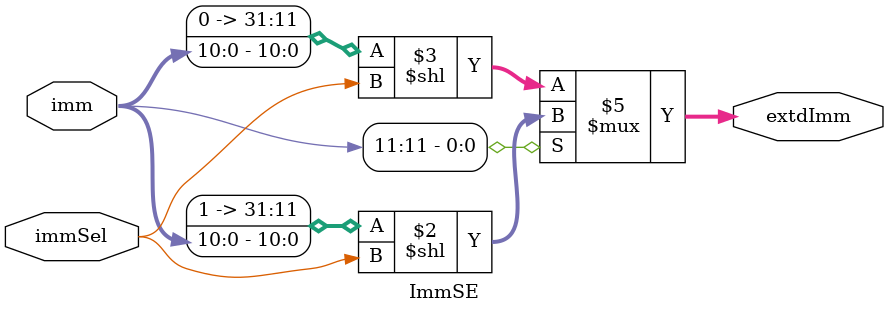
<source format=v>
module CU(
    input clk, 
    input[31:0] instr,
    input BEq,
    input BLT,
    output reg PcSel, 
    output reg PcInc,
    output reg RegWEn, 
    output reg[4:0] RD,
    output reg[4:0] RS1,
    output reg[4:0] RS2,
    output[31:0] Imm,
    output reg ImmSel,
    output reg BrUn, 
    output reg BSel, 
    output reg ASel,
    output reg[3:0] AluOp,
    output reg WbSel,
    output reg MemWEn);

    reg[4:0] state;
    reg[11:0] immGrab;
    reg immSel;
    ImmSE immSE(.imm(immGrab), .immSel(immSel), .extdImm(Imm));

    initial begin
        state <= 5'b00001;
    end


    always @(posedge clk) begin
        
        case (state)
            // Instruction Fetch
            5'b00001: begin
                // PC Update
                PcSel <= 0;
                PcInc <= 1;

                RegWEn <= 0;
                MemWEn <= 0;

                // Next state
                state <= state << 1;
            end
            // Instruction Decode
            5'b00010: begin
                // Determin RS1 & RS2
                RS1 <= instr[19:15];
                RS2 <= instr[24:20];

                PcInc <= 0;

                //Define Imm
                case(instr[6:0])
                    7'b0010011: begin   // Define Imm for I-Type instructions
                        immSel <= 0;
                        immGrab <= instr[31:20];
                    end
                    7'b0000011: begin   // Define Imm for Load Instructions
                        immSel <= 0;
                        immGrab <= instr[31:20];
                    end
                    7'b0100011: begin   // Define Imm for S-Type Instructions
                        immSel <= 0;
                        immGrab[11:5] <= instr[31:25];
                        immGrab[4:0] <= instr[11:7];
                    end
                    7'b1100011: begin   // Define Imm for B-Type Instructions
                        immSel <= 1;
                        immGrab[11] <= instr[31];
                        immGrab[10] <= instr[7];
                        immGrab[9:4] <= instr[30:25];
                        immGrab[3:0] <= instr[11:8];
                    end
                endcase

                // RegFile Read
                RegWEn <= 1;

                // Next state
                state <= state << 1;
            end
            // Execute
            5'b00100: begin
                // Define A & B Select
                ASel <= (instr[6:0] == 7'b0000011 || instr[6:0] == 7'b1000011);
                BSel <= ~(instr[6:0] == 7'b0110011);

                // Define ALU_Op and BrUn
                if (instr[6:0] == 7'b0100011 || instr[6:0] == 7'b0000011 || instr[6:0] == 7'b1100011)
                    ALU_Op <= 4'b0000;
                else
                    ALU_Op <= {instr[30], instr[14:12]};
                BrUn <= instr[14:13] == 2'b11;

                // Next State
                state <= state << 1;
            end
            // DMEM R/W
            5'b01000: begin
                MemWEn <= instr[6:0] == 7'b0100011;

                state <= state << 1;
            end
            // Write Back
            5'b10000: begin
                RD <= instr[11:7];
                WbSel <= !(instr[6:0] == 7'b0000011);
                RegWEn <= (instr[6:0] == 7'b0000011 || instr[6:0] == 7'b0110011 || instr[6:0] == 7'b0010011);
                
                // reset state
                state <= 5'b00001;
            end
        endcase
    end
endmodule

module ImmSE (
    input[11:0] imm,
    input immSel,
    output reg[31:0] extdImm
);
    always @(imm) begin
        if (imm[11])
            extdImm <= {21'b1_1111_1111_1111_1111_1111, imm[10:0]} << immSel;
        else
            extdImm <= {21'b0, imm[10:0]} << immSel;
    end
endmodule
</source>
